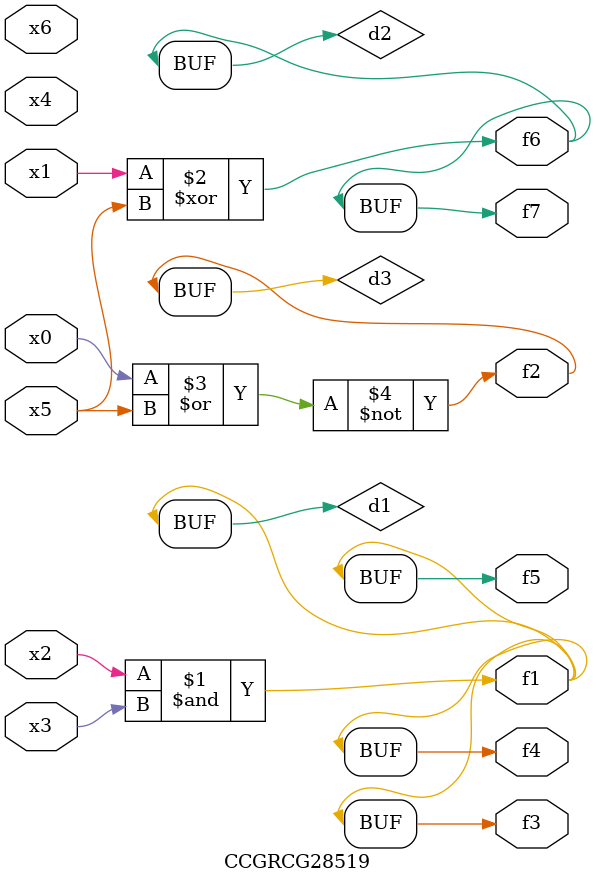
<source format=v>
module CCGRCG28519(
	input x0, x1, x2, x3, x4, x5, x6,
	output f1, f2, f3, f4, f5, f6, f7
);

	wire d1, d2, d3;

	and (d1, x2, x3);
	xor (d2, x1, x5);
	nor (d3, x0, x5);
	assign f1 = d1;
	assign f2 = d3;
	assign f3 = d1;
	assign f4 = d1;
	assign f5 = d1;
	assign f6 = d2;
	assign f7 = d2;
endmodule

</source>
